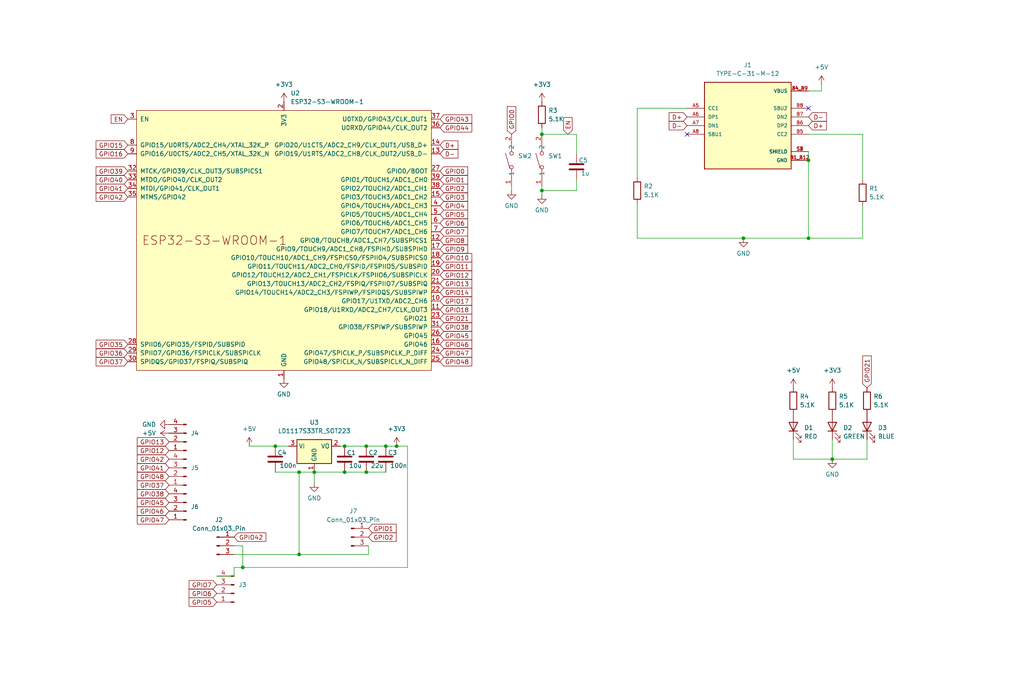
<source format=kicad_sch>
(kicad_sch (version 20250114) (generator "eeschema") (generator_version "9.0")
  (paper "User" 300 200)
  (lib_symbols
    (symbol "Connector:Conn_01x03_Pin" (pin_names (offset 1.016) (hide yes))
      (property "Reference" "J" (at 0 5.08 0))
      (property "Value" "Conn_01x03_Pin" (at 0 -5.08 0))
      (symbol "Conn_01x03_Pin_1_1"
        (rectangle (start 0.8636 2.667) (end 0 2.413) (stroke (width 0.1524)) (fill (type outline)))
        (rectangle (start 0.8636 0.127) (end 0 -0.127) (stroke (width 0.1524)) (fill (type outline)))
        (rectangle (start 0.8636 -2.413) (end 0 -2.667) (stroke (width 0.1524)) (fill (type outline)))
        (polyline (pts (xy 1.27 2.54) (xy 0.8636 2.54)) (stroke (width 0.1524)))
        (polyline (pts (xy 1.27 0) (xy 0.8636 0)) (stroke (width 0.1524)))
        (polyline (pts (xy 1.27 -2.54) (xy 0.8636 -2.54)) (stroke (width 0.1524)))
        (pin passive line (at 5.08 2.54 180) (length 3.81) (name "Pin_1") (number "1"))
        (pin passive line (at 5.08 0 180) (length 3.81) (name "Pin_2") (number "2"))
        (pin passive line (at 5.08 -2.54 180) (length 3.81) (name "Pin_3") (number "3"))
      )
    )
    (symbol "Connector:Conn_01x04_Pin" (pin_names (offset 1.016) (hide yes))
      (property "Reference" "J" (at 0 5.08 0))
      (property "Value" "Conn_01x04_Pin" (at 0 -7.62 0))
      (symbol "Conn_01x04_Pin_1_1"
        (rectangle (start 0.8636 2.667) (end 0 2.413) (stroke (width 0.1524)) (fill (type outline)))
        (rectangle (start 0.8636 0.127) (end 0 -0.127) (stroke (width 0.1524)) (fill (type outline)))
        (rectangle (start 0.8636 -2.413) (end 0 -2.667) (stroke (width 0.1524)) (fill (type outline)))
        (rectangle (start 0.8636 -4.953) (end 0 -5.207) (stroke (width 0.1524)) (fill (type outline)))
        (polyline (pts (xy 1.27 2.54) (xy 0.8636 2.54)) (stroke (width 0.1524)))
        (polyline (pts (xy 1.27 0) (xy 0.8636 0)) (stroke (width 0.1524)))
        (polyline (pts (xy 1.27 -2.54) (xy 0.8636 -2.54)) (stroke (width 0.1524)))
        (polyline (pts (xy 1.27 -5.08) (xy 0.8636 -5.08)) (stroke (width 0.1524)))
        (pin passive line (at 5.08 2.54 180) (length 3.81) (name "Pin_1") (number "1"))
        (pin passive line (at 5.08 0 180) (length 3.81) (name "Pin_2") (number "2"))
        (pin passive line (at 5.08 -2.54 180) (length 3.81) (name "Pin_3") (number "3"))
        (pin passive line (at 5.08 -5.08 180) (length 3.81) (name "Pin_4") (number "4"))
      )
    )
    (symbol "Device:C" (pin_numbers (hide yes)) (pin_names (offset 0.254))
      (property "Reference" "C" (at 0.635 2.54 0))
      (property "Value" "C" (at 0.635 -2.54 0))
      (symbol "C_0_1"
        (polyline (pts (xy -2.032 0.762) (xy 2.032 0.762)) (stroke (width 0.508)))
        (polyline (pts (xy -2.032 -0.762) (xy 2.032 -0.762)) (stroke (width 0.508)))
      )
      (symbol "C_1_1"
        (pin passive line (at 0 3.81 270) (length 2.794) (name "~") (number "1"))
        (pin passive line (at 0 -3.81 90) (length 2.794) (name "~") (number "2"))
      )
    )
    (symbol "Device:LED" (pin_numbers (hide yes)) (pin_names (offset 1.016) (hide yes))
      (property "Reference" "D" (at 0 2.54 0))
      (property "Value" "LED" (at 0 -2.54 0))
      (symbol "LED_0_1"
        (polyline (pts (xy -3.048 -0.762) (xy -4.572 -2.286) (xy -3.81 -2.286) (xy -4.572 -2.286) (xy -4.572 -1.524)))
        (polyline (pts (xy -1.778 -0.762) (xy -3.302 -2.286) (xy -2.54 -2.286) (xy -3.302 -2.286) (xy -3.302 -1.524)))
        (polyline (pts (xy -1.27 0) (xy 1.27 0)))
        (polyline (pts (xy -1.27 -1.27) (xy -1.27 1.27)) (stroke (width 0.254)))
        (polyline (pts (xy 1.27 -1.27) (xy 1.27 1.27) (xy -1.27 0) (xy 1.27 -1.27)) (stroke (width 0.254)))
      )
      (symbol "LED_1_1"
        (pin passive line (at -3.81 0 0) (length 2.54) (name "K") (number "1"))
        (pin passive line (at 3.81 0 180) (length 2.54) (name "A") (number "2"))
      )
    )
    (symbol "Device:R" (pin_numbers (hide yes)) (pin_names (offset 0))
      (property "Reference" "R" (at 2.032 0 90))
      (property "Value" "R" (at 0 0 90))
      (symbol "R_0_1"
        (rectangle (start -1.016 -2.54) (end 1.016 2.54) (stroke (width 0.254)))
      )
      (symbol "R_1_1"
        (pin passive line (at 0 3.81 270) (length 1.27) (name "~") (number "1"))
        (pin passive line (at 0 -3.81 90) (length 1.27) (name "~") (number "2"))
      )
    )
    (symbol "PCM_Espressif:ESP32-S3-WROOM-1" (pin_names (offset 1.016))
      (property "Reference" "U" (at -43.18 43.18 0))
      (property "Value" "ESP32-S3-WROOM-1" (at -43.18 40.64 0))
      (symbol "ESP32-S3-WROOM-1_0_0"
        (text "ESP32-S3-WROOM-1" (at -20.32 0 0) (effects (font (size 2.54 2.54))))
        (pin input line (at -45.72 35.56 0) (length 2.54) (name "EN") (number "3"))
        (pin bidirectional line (at -45.72 27.94 0) (length 2.54) (name "GPIO15/U0RTS/ADC2_CH4/XTAL_32K_P") (number "8"))
        (pin bidirectional line (at -45.72 25.4 0) (length 2.54) (name "GPIO16/U0CTS/ADC2_CH5/XTAL_32K_N") (number "9"))
        (pin bidirectional line (at -45.72 20.32 0) (length 2.54) (name "MTCK/GPIO39/CLK_OUT3/SUBSPICS1") (number "32"))
        (pin bidirectional line (at -45.72 17.78 0) (length 2.54) (name "MTDO/GPIO40/CLK_OUT2") (number "33"))
        (pin bidirectional line (at -45.72 15.24 0) (length 2.54) (name "MTDI/GPIO41/CLK_OUT1") (number "34"))
        (pin bidirectional line (at -45.72 12.7 0) (length 2.54) (name "MTMS/GPIO42") (number "35"))
        (pin bidirectional line (at -45.72 -30.48 0) (length 2.54) (name "SPIIO6/GPIO35/FSPID/SUBSPID") (number "28"))
        (pin bidirectional line (at -45.72 -33.02 0) (length 2.54) (name "SPIIO7/GPIO36/FSPICLK/SUBSPICLK") (number "29"))
        (pin bidirectional line (at -45.72 -35.56 0) (length 2.54) (name "SPIDQS/GPIO37/FSPIQ/SUBSPIQ") (number "30"))
        (pin power_in line (at 0 40.64 270) (length 2.54) (name "3V3") (number "2"))
        (pin power_in line (at 0 -40.64 90) (length 2.54) (name "GND") (number "1"))
        (pin passive line (at 0 -40.64 90) (length 2.54) (hide yes) (name "GND") (number "40"))
        (pin passive line (at 0 -40.64 90) (length 2.54) (hide yes) (name "GND") (number "41"))
        (pin bidirectional line (at 45.72 35.56 180) (length 2.54) (name "U0TXD/GPIO43/CLK_OUT1") (number "37"))
        (pin bidirectional line (at 45.72 33.02 180) (length 2.54) (name "U0RXD/GPIO44/CLK_OUT2") (number "36"))
        (pin bidirectional line (at 45.72 27.94 180) (length 2.54) (name "GPIO20/U1CTS/ADC2_CH9/CLK_OUT1/USB_D+") (number "14"))
        (pin bidirectional line (at 45.72 25.4 180) (length 2.54) (name "GPIO19/U1RTS/ADC2_CH8/CLK_OUT2/USB_D-") (number "13"))
        (pin bidirectional line (at 45.72 20.32 180) (length 2.54) (name "GPIO0/BOOT") (number "27"))
        (pin bidirectional line (at 45.72 17.78 180) (length 2.54) (name "GPIO1/TOUCH1/ADC1_CH0") (number "39"))
        (pin bidirectional line (at 45.72 15.24 180) (length 2.54) (name "GPIO2/TOUCH2/ADC1_CH1") (number "38"))
        (pin bidirectional line (at 45.72 12.7 180) (length 2.54) (name "GPIO3/TOUCH3/ADC1_CH2") (number "15"))
        (pin bidirectional line (at 45.72 10.16 180) (length 2.54) (name "GPIO4/TOUCH4/ADC1_CH3") (number "4"))
        (pin bidirectional line (at 45.72 7.62 180) (length 2.54) (name "GPIO5/TOUCH5/ADC1_CH4") (number "5"))
        (pin bidirectional line (at 45.72 5.08 180) (length 2.54) (name "GPIO6/TOUCH6/ADC1_CH5") (number "6"))
        (pin bidirectional line (at 45.72 2.54 180) (length 2.54) (name "GPIO7/TOUCH7/ADC1_CH6") (number "7"))
        (pin bidirectional line (at 45.72 0 180) (length 2.54) (name "GPIO8/TOUCH8/ADC1_CH7/SUBSPICS1") (number "12"))
        (pin bidirectional line (at 45.72 -2.54 180) (length 2.54) (name "GPIO9/TOUCH9/ADC1_CH8/FSPIHD/SUBSPIHD") (number "17"))
        (pin bidirectional line (at 45.72 -5.08 180) (length 2.54) (name "GPIO10/TOUCH10/ADC1_CH9/FSPICS0/FSPIIO4/SUBSPICS0") (number "18"))
        (pin bidirectional line (at 45.72 -7.62 180) (length 2.54) (name "GPIO11/TOUCH11/ADC2_CH0/FSPID/FSPIIO5/SUBSPID") (number "19"))
        (pin bidirectional line (at 45.72 -10.16 180) (length 2.54) (name "GPIO12/TOUCH12/ADC2_CH1/FSPICLK/FSPIIO6/SUBSPICLK") (number "20"))
        (pin bidirectional line (at 45.72 -12.7 180) (length 2.54) (name "GPIO13/TOUCH13/ADC2_CH2/FSPIQ/FSPIIO7/SUBSPIQ") (number "21"))
        (pin bidirectional line (at 45.72 -15.24 180) (length 2.54) (name "GPIO14/TOUCH14/ADC2_CH3/FSPIWP/FSPIDQS/SUBSPIWP") (number "22"))
        (pin bidirectional line (at 45.72 -17.78 180) (length 2.54) (name "GPIO17/U1TXD/ADC2_CH6") (number "10"))
        (pin bidirectional line (at 45.72 -20.32 180) (length 2.54) (name "GPIO18/U1RXD/ADC2_CH7/CLK_OUT3") (number "11"))
        (pin bidirectional line (at 45.72 -22.86 180) (length 2.54) (name "GPIO21") (number "23"))
        (pin bidirectional line (at 45.72 -25.4 180) (length 2.54) (name "GPIO38/FSPIWP/SUBSPIWP") (number "31"))
        (pin bidirectional line (at 45.72 -27.94 180) (length 2.54) (name "GPIO45") (number "26"))
        (pin bidirectional line (at 45.72 -30.48 180) (length 2.54) (name "GPIO46") (number "16"))
        (pin bidirectional line (at 45.72 -33.02 180) (length 2.54) (name "GPIO47/SPICLK_P/SUBSPICLK_P_DIFF") (number "24"))
        (pin bidirectional line (at 45.72 -35.56 180) (length 2.54) (name "GPIO48/SPICLK_N/SUBSPICLK_N_DIFF") (number "25"))
      )
      (symbol "ESP32-S3-WROOM-1_0_1"
        (rectangle (start -43.18 38.1) (end 43.18 -38.1) (fill (type background)))
      )
    )
    (symbol "Regulator_Linear:LD1117S33TR_SOT223"
      (property "Reference" "U" (at -3.81 3.175 0))
      (property "Value" "LD1117S33TR_SOT223" (at 0 3.175 0))
      (symbol "LD1117S33TR_SOT223_0_1"
        (rectangle (start -5.08 -5.08) (end 5.08 1.905) (stroke (width 0.254)) (fill (type background)))
      )
      (symbol "LD1117S33TR_SOT223_1_1"
        (pin power_in line (at -7.62 0 0) (length 2.54) (name "VI") (number "3"))
        (pin power_in line (at 0 -7.62 90) (length 2.54) (name "GND") (number "1"))
        (pin power_out line (at 7.62 0 180) (length 2.54) (name "VO") (number "2"))
      )
    )
    (symbol "TYPE-C-31-M-12:TYPE-C-31-M-12" (pin_names (offset 1.016))
      (property "Reference" "J" (at -12.7 13.462 0))
      (property "Value" "TYPE-C-31-M-12" (at -12.7 -13.462 0))
      (symbol "TYPE-C-31-M-12_0_0"
        (rectangle (start -12.7 -12.7) (end 12.7 12.7) (stroke (width 0.254)) (fill (type background)))
        (pin bidirectional line (at -17.78 5.08 0) (length 5.08) (name "CC1") (number "A5"))
        (pin bidirectional line (at -17.78 2.54 0) (length 5.08) (name "DP1") (number "A6"))
        (pin bidirectional line (at -17.78 0 0) (length 5.08) (name "DN1") (number "A7"))
        (pin bidirectional line (at -17.78 -2.54 0) (length 5.08) (name "SBU1") (number "A8"))
        (pin power_in line (at 17.78 10.16 180) (length 5.08) (name "VBUS") (number "A4_B9"))
        (pin power_in line (at 17.78 10.16 180) (length 5.08) (name "VBUS") (number "B4_A9"))
        (pin bidirectional line (at 17.78 5.08 180) (length 5.08) (name "SBU2") (number "B8"))
        (pin bidirectional line (at 17.78 2.54 180) (length 5.08) (name "DN2") (number "B7"))
        (pin bidirectional line (at 17.78 0 180) (length 5.08) (name "DP2") (number "B6"))
        (pin bidirectional line (at 17.78 -2.54 180) (length 5.08) (name "CC2") (number "B5"))
        (pin passive line (at 17.78 -7.62 180) (length 5.08) (name "SHIELD") (number "S1"))
        (pin passive line (at 17.78 -7.62 180) (length 5.08) (name "SHIELD") (number "S2"))
        (pin passive line (at 17.78 -7.62 180) (length 5.08) (name "SHIELD") (number "S3"))
        (pin passive line (at 17.78 -7.62 180) (length 5.08) (name "SHIELD") (number "S4"))
        (pin power_in line (at 17.78 -10.16 180) (length 5.08) (name "GND") (number "A1_B12"))
        (pin power_in line (at 17.78 -10.16 180) (length 5.08) (name "GND") (number "B1_A12"))
      )
    )
    (symbol "easyeda2kicad:TS-1088-AR02016"
      (property "Reference" "SW" (at 0 5.08 0))
      (property "Value" "TS-1088-AR02016" (at 0 -5.08 0))
      (symbol "TS-1088-AR02016_0_1"
        (polyline (pts (xy -5.08 0) (xy -2.54 0)))
        (polyline (pts (xy -2.29 0.51) (xy 2.03 1.78)))
        (circle (center -2.03 0) (radius 0.51))
        (circle (center 2.03 0) (radius 0.51))
        (polyline (pts (xy 5.08 0) (xy 2.54 0)))
        (pin unspecified line (at -7.62 0 0) (length 2.54) (name "1") (number "1"))
        (pin unspecified line (at 7.62 0 180) (length 2.54) (name "2") (number "2"))
      )
    )
    (symbol "power:+3V3" (power) (pin_numbers (hide yes)) (pin_names (offset 0) (hide yes))
      (property "Value" "+3V3" (at 0 3.556 0))
      (symbol "+3V3_0_1"
        (polyline (pts (xy -0.762 1.27) (xy 0 2.54)))
        (polyline (pts (xy 0 2.54) (xy 0.762 1.27)))
        (polyline (pts (xy 0 0) (xy 0 2.54)))
      )
      (symbol "+3V3_1_1"
        (pin power_in line (at 0 0 90) (length 0) (name "~") (number "1"))
      )
    )
    (symbol "power:+5V" (power) (pin_numbers (hide yes)) (pin_names (offset 0) (hide yes))
      (property "Value" "+5V" (at 0 3.556 0))
      (symbol "+5V_0_1"
        (polyline (pts (xy -0.762 1.27) (xy 0 2.54)))
        (polyline (pts (xy 0 2.54) (xy 0.762 1.27)))
        (polyline (pts (xy 0 0) (xy 0 2.54)))
      )
      (symbol "+5V_1_1"
        (pin power_in line (at 0 0 90) (length 0) (name "~") (number "1"))
      )
    )
    (symbol "power:GND" (power) (pin_numbers (hide yes)) (pin_names (offset 0) (hide yes))
      (property "Value" "GND" (at 0 -3.81 0))
      (symbol "GND_0_1"
        (polyline (pts (xy 0 0) (xy 0 -1.27) (xy 1.27 -1.27) (xy 0 -2.54) (xy -1.27 -1.27) (xy 0 -1.27)))
      )
      (symbol "GND_1_1"
        (pin power_in line (at 0 0 270) (length 0) (name "~") (number "1"))
      )
    )
  )
  (junction (at 243.84 134.62))
  (junction (at 100.965 138.43))
  (junction (at 80.645 130.81))
  (junction (at 217.805 69.85))
  (junction (at 158.75 39.37))
  (junction (at 92.075 138.43))
  (junction (at 107.315 138.43))
  (junction (at 87.63 138.43))
  (junction (at 71.12 166.37))
  (junction (at 236.855 69.85))
  (junction (at 107.315 130.81))
  (junction (at 116.205 130.81))
  (junction (at 87.63 162.56))
  (junction (at 113.03 130.81))
  (junction (at 158.75 55.88))
  (junction (at 100.965 130.81))
  (junction (at 236.855 46.99))
  (no_connect (at 201.295 39.37))
  (no_connect (at 236.855 31.75))
  (wire (pts (xy 186.69 69.85) (xy 217.805 69.85)))
  (wire (pts (xy 107.95 160.02) (xy 107.95 162.56)))
  (wire (pts (xy 243.84 134.62) (xy 254 134.62)))
  (wire (pts (xy 232.41 128.905) (xy 232.41 134.62)))
  (wire (pts (xy 217.805 69.85) (xy 236.855 69.85)))
  (wire (pts (xy 186.69 59.69) (xy 186.69 69.85)))
  (wire (pts (xy 107.95 162.56) (xy 87.63 162.56)))
  (wire (pts (xy 158.75 55.88) (xy 168.91 55.88)))
  (wire (pts (xy 236.855 69.85) (xy 252.73 69.85)))
  (wire (pts (xy 100.965 138.43) (xy 107.315 138.43)))
  (wire (pts (xy 71.12 166.37) (xy 119.38 166.37)))
  (wire (pts (xy 92.075 141.605) (xy 92.075 138.43)))
  (wire (pts (xy 87.63 162.56) (xy 87.63 138.43)))
  (wire (pts (xy 236.855 44.45) (xy 236.855 46.99)))
  (wire (pts (xy 87.63 138.43) (xy 92.075 138.43)))
  (wire (pts (xy 80.645 138.43) (xy 87.63 138.43)))
  (wire (pts (xy 119.38 130.81) (xy 119.38 166.37)))
  (wire (pts (xy 73.025 130.81) (xy 80.645 130.81)))
  (wire (pts (xy 236.855 39.37) (xy 252.73 39.37)))
  (wire (pts (xy 71.12 166.37) (xy 71.12 160.02)))
  (wire (pts (xy 236.855 46.99) (xy 236.855 69.85)))
  (wire (pts (xy 68.58 166.37) (xy 68.58 168.91)))
  (wire (pts (xy 80.645 130.81) (xy 84.455 130.81)))
  (wire (pts (xy 87.63 162.56) (xy 68.58 162.56)))
  (wire (pts (xy 168.91 39.37) (xy 168.91 45.085)))
  (wire (pts (xy 243.84 128.905) (xy 243.84 134.62)))
  (wire (pts (xy 71.12 160.02) (xy 68.58 160.02)))
  (wire (pts (xy 99.695 130.81) (xy 100.965 130.81)))
  (wire (pts (xy 186.69 31.75) (xy 186.69 52.07)))
  (wire (pts (xy 68.58 166.37) (xy 71.12 166.37)))
  (wire (pts (xy 158.75 54.61) (xy 158.75 55.88)))
  (wire (pts (xy 232.41 134.62) (xy 243.84 134.62)))
  (wire (pts (xy 252.73 60.325) (xy 252.73 69.85)))
  (wire (pts (xy 168.91 52.705) (xy 168.91 55.88)))
  (wire (pts (xy 113.03 130.81) (xy 116.205 130.81)))
  (wire (pts (xy 252.73 39.37) (xy 252.73 52.705)))
  (wire (pts (xy 236.855 26.67) (xy 240.665 26.67)))
  (wire (pts (xy 254 128.905) (xy 254 134.62)))
  (wire (pts (xy 107.315 130.81) (xy 113.03 130.81)))
  (wire (pts (xy 158.75 37.465) (xy 158.75 39.37)))
  (wire (pts (xy 186.69 31.75) (xy 201.295 31.75)))
  (wire (pts (xy 116.205 130.81) (xy 119.38 130.81)))
  (wire (pts (xy 100.965 130.81) (xy 107.315 130.81)))
  (wire (pts (xy 107.315 138.43) (xy 113.03 138.43)))
  (wire (pts (xy 92.075 138.43) (xy 100.965 138.43)))
  (wire (pts (xy 158.75 55.88) (xy 158.75 57.15)))
  (wire (pts (xy 149.86 55.88) (xy 149.86 54.61)))
  (wire (pts (xy 158.75 39.37) (xy 168.91 39.37)))
  (wire (pts (xy 240.665 24.765) (xy 240.665 26.67)))
  (wire (pts (xy 68.58 168.91) (xy 63.5 168.91)))
  (global_label "GPIO7" (shape input) (at 63.5 171.45 180) (property "Intersheetrefs" "${INTERSHEET_REFS}" (effects (hide yes))))
  (global_label "GPIO39" (shape input) (at 37.465 50.165 180) (property "Intersheetrefs" "${INTERSHEET_REFS}" (effects (hide yes))))
  (global_label "GPIO41" (shape input) (at 49.53 137.16 180) (property "Intersheetrefs" "${INTERSHEET_REFS}" (effects (hide yes))))
  (global_label "GPIO1" (shape input) (at 128.905 52.705 0) (property "Intersheetrefs" "${INTERSHEET_REFS}" (effects (hide yes))))
  (global_label "GPIO41" (shape input) (at 37.465 55.245 180) (property "Intersheetrefs" "${INTERSHEET_REFS}" (effects (hide yes))))
  (global_label "GPIO21" (shape input) (at 128.905 93.345 0) (property "Intersheetrefs" "${INTERSHEET_REFS}" (effects (hide yes))))
  (global_label "GPIO2" (shape input) (at 128.905 55.245 0) (property "Intersheetrefs" "${INTERSHEET_REFS}" (effects (hide yes))))
  (global_label "GPIO1" (shape input) (at 107.95 154.94 0) (property "Intersheetrefs" "${INTERSHEET_REFS}" (effects (hide yes))))
  (global_label "GPIO40" (shape input) (at 37.465 52.705 180) (property "Intersheetrefs" "${INTERSHEET_REFS}" (effects (hide yes))))
  (global_label "GPIO4" (shape input) (at 128.905 60.325 0) (property "Intersheetrefs" "${INTERSHEET_REFS}" (effects (hide yes))))
  (global_label "GPIO6" (shape input) (at 128.905 65.405 0) (property "Intersheetrefs" "${INTERSHEET_REFS}" (effects (hide yes))))
  (global_label "GPIO14" (shape input) (at 128.905 85.725 0) (property "Intersheetrefs" "${INTERSHEET_REFS}" (effects (hide yes))))
  (global_label "GPIO7" (shape input) (at 128.905 67.945 0) (property "Intersheetrefs" "${INTERSHEET_REFS}" (effects (hide yes))))
  (global_label "GPIO45" (shape input) (at 128.905 98.425 0) (property "Intersheetrefs" "${INTERSHEET_REFS}" (effects (hide yes))))
  (global_label "GPIO13" (shape input) (at 128.905 83.185 0) (property "Intersheetrefs" "${INTERSHEET_REFS}" (effects (hide yes))))
  (global_label "GPIO10" (shape input) (at 128.905 75.565 0) (property "Intersheetrefs" "${INTERSHEET_REFS}" (effects (hide yes))))
  (global_label "GPIO43" (shape input) (at 128.905 34.925 0) (property "Intersheetrefs" "${INTERSHEET_REFS}" (effects (hide yes))))
  (global_label "GPIO46" (shape input) (at 128.905 100.965 0) (property "Intersheetrefs" "${INTERSHEET_REFS}" (effects (hide yes))))
  (global_label "GPIO6" (shape input) (at 63.5 173.99 180) (property "Intersheetrefs" "${INTERSHEET_REFS}" (effects (hide yes))))
  (global_label "D-" (shape input) (at 236.855 34.29 0) (property "Intersheetrefs" "${INTERSHEET_REFS}" (effects (hide yes))))
  (global_label "EN" (shape input) (at 37.465 34.925 180) (property "Intersheetrefs" "${INTERSHEET_REFS}" (effects (hide yes))))
  (global_label "GPIO12" (shape input) (at 49.53 132.08 180) (property "Intersheetrefs" "${INTERSHEET_REFS}" (effects (hide yes))))
  (global_label "GPIO5" (shape input) (at 128.905 62.865 0) (property "Intersheetrefs" "${INTERSHEET_REFS}" (effects (hide yes))))
  (global_label "GPIO42" (shape input) (at 37.465 57.785 180) (property "Intersheetrefs" "${INTERSHEET_REFS}" (effects (hide yes))))
  (global_label "GPIO48" (shape input) (at 128.905 106.045 0) (property "Intersheetrefs" "${INTERSHEET_REFS}" (effects (hide yes))))
  (global_label "GPIO45" (shape input) (at 49.53 147.32 180) (property "Intersheetrefs" "${INTERSHEET_REFS}" (effects (hide yes))))
  (global_label "GPIO15" (shape input) (at 37.465 42.545 180) (property "Intersheetrefs" "${INTERSHEET_REFS}" (effects (hide yes))))
  (global_label "GPIO12" (shape input) (at 128.905 80.645 0) (property "Intersheetrefs" "${INTERSHEET_REFS}" (effects (hide yes))))
  (global_label "GPIO37" (shape input) (at 37.465 106.045 180) (property "Intersheetrefs" "${INTERSHEET_REFS}" (effects (hide yes))))
  (global_label "EN" (shape input) (at 166.37 39.37 90) (property "Intersheetrefs" "${INTERSHEET_REFS}" (effects (hide yes))))
  (global_label "GPIO9" (shape input) (at 128.905 73.025 0) (property "Intersheetrefs" "${INTERSHEET_REFS}" (effects (hide yes))))
  (global_label "D+" (shape input) (at 128.905 42.545 0) (property "Intersheetrefs" "${INTERSHEET_REFS}" (effects (hide yes))))
  (global_label "D+" (shape input) (at 236.855 36.83 0) (property "Intersheetrefs" "${INTERSHEET_REFS}" (effects (hide yes))))
  (global_label "GPIO42" (shape input) (at 68.58 157.48 0) (property "Intersheetrefs" "${INTERSHEET_REFS}" (effects (hide yes))))
  (global_label "GPIO5" (shape input) (at 63.5 176.53 180) (property "Intersheetrefs" "${INTERSHEET_REFS}" (effects (hide yes))))
  (global_label "GPIO18" (shape input) (at 128.905 90.805 0) (property "Intersheetrefs" "${INTERSHEET_REFS}" (effects (hide yes))))
  (global_label "GPIO35" (shape input) (at 37.465 100.965 180) (property "Intersheetrefs" "${INTERSHEET_REFS}" (effects (hide yes))))
  (global_label "GPIO48" (shape input) (at 49.53 139.7 180) (property "Intersheetrefs" "${INTERSHEET_REFS}" (effects (hide yes))))
  (global_label "GPIO21" (shape input) (at 254 113.665 90) (property "Intersheetrefs" "${INTERSHEET_REFS}" (effects (hide yes))))
  (global_label "GPIO42" (shape input) (at 49.53 134.62 180) (property "Intersheetrefs" "${INTERSHEET_REFS}" (effects (hide yes))))
  (global_label "GPIO2" (shape input) (at 107.95 157.48 0) (property "Intersheetrefs" "${INTERSHEET_REFS}" (effects (hide yes))))
  (global_label "GPIO17" (shape input) (at 128.905 88.265 0) (property "Intersheetrefs" "${INTERSHEET_REFS}" (effects (hide yes))))
  (global_label "GPIO16" (shape input) (at 37.465 45.085 180) (property "Intersheetrefs" "${INTERSHEET_REFS}" (effects (hide yes))))
  (global_label "D-" (shape input) (at 128.905 45.085 0) (property "Intersheetrefs" "${INTERSHEET_REFS}" (effects (hide yes))))
  (global_label "GPIO3" (shape input) (at 128.905 57.785 0) (property "Intersheetrefs" "${INTERSHEET_REFS}" (effects (hide yes))))
  (global_label "GPIO37" (shape input) (at 49.53 142.24 180) (property "Intersheetrefs" "${INTERSHEET_REFS}" (effects (hide yes))))
  (global_label "D+" (shape input) (at 201.295 34.29 180) (property "Intersheetrefs" "${INTERSHEET_REFS}" (effects (hide yes))))
  (global_label "GPIO0" (shape input) (at 128.905 50.165 0) (property "Intersheetrefs" "${INTERSHEET_REFS}" (effects (hide yes))))
  (global_label "GPIO8" (shape input) (at 128.905 70.485 0) (property "Intersheetrefs" "${INTERSHEET_REFS}" (effects (hide yes))))
  (global_label "GPIO38" (shape input) (at 49.53 144.78 180) (property "Intersheetrefs" "${INTERSHEET_REFS}" (effects (hide yes))))
  (global_label "GPIO38" (shape input) (at 128.905 95.885 0) (property "Intersheetrefs" "${INTERSHEET_REFS}" (effects (hide yes))))
  (global_label "GPIO11" (shape input) (at 128.905 78.105 0) (property "Intersheetrefs" "${INTERSHEET_REFS}" (effects (hide yes))))
  (global_label "GPIO47" (shape input) (at 128.905 103.505 0) (property "Intersheetrefs" "${INTERSHEET_REFS}" (effects (hide yes))))
  (global_label "GPIO0" (shape input) (at 149.86 39.37 90) (property "Intersheetrefs" "${INTERSHEET_REFS}" (effects (hide yes))))
  (global_label "GPIO46" (shape input) (at 49.53 149.86 180) (property "Intersheetrefs" "${INTERSHEET_REFS}" (effects (hide yes))))
  (global_label "GPIO36" (shape input) (at 37.465 103.505 180) (property "Intersheetrefs" "${INTERSHEET_REFS}" (effects (hide yes))))
  (global_label "D-" (shape input) (at 201.295 36.83 180) (property "Intersheetrefs" "${INTERSHEET_REFS}" (effects (hide yes))))
  (global_label "GPIO44" (shape input) (at 128.905 37.465 0) (property "Intersheetrefs" "${INTERSHEET_REFS}" (effects (hide yes))))
  (global_label "GPIO47" (shape input) (at 49.53 152.4 180) (property "Intersheetrefs" "${INTERSHEET_REFS}" (effects (hide yes))))
  (global_label "GPIO13" (shape input) (at 49.53 129.54 180) (property "Intersheetrefs" "${INTERSHEET_REFS}" (effects (hide yes))))
  (symbol (lib_id "Device:R") (at 232.41 117.475 0) (unit 1)
    (property "Reference" "R4" (at 234.315 116.2049 0) (effects (justify left)))
    (property "Value" "5.1K" (at 234.315 118.7449 0) (effects (justify left)))
    (property "Footprint" "Resistor_SMD:R_0603_1608Metric" (effects (hide yes)))
    (property "Description" "Resistor" (effects (hide yes)))
  )
  (symbol (lib_id "Device:R") (at 243.84 117.475 0) (unit 1)
    (property "Reference" "R5" (at 245.745 116.2049 0) (effects (justify left)))
    (property "Value" "5.1K" (at 245.745 118.7449 0) (effects (justify left)))
    (property "Footprint" "Resistor_SMD:R_0603_1608Metric" (effects (hide yes)))
    (property "Description" "Resistor" (effects (hide yes)))
  )
  (symbol (lib_id "power:+3V3") (at 83.185 29.845 0) (unit 1)
    (property "Reference" "#PWR05" (effects (hide yes)))
    (property "Value" "+3V3" (at 83.185 24.765 0))
    (property "Description" "Power symbol creates a global label with name \"+3V3\"" (effects (hide yes)))
  )
  (symbol (lib_id "Device:LED") (at 243.84 125.095 90) (unit 1)
    (property "Reference" "D2" (at 247.015 125.4124 90) (effects (justify right)))
    (property "Value" "GREEN" (at 247.015 127.9524 90) (effects (justify right)))
    (property "Footprint" "LED_SMD:LED_0603_1608Metric" (effects (hide yes)))
    (property "Description" "Light emitting diode" (effects (hide yes)))
    (property "Sim.Pins" "1=K 2=A" (effects (hide yes)))
  )
  (symbol (lib_id "Device:C") (at 100.965 134.62 0) (unit 1)
    (property "Reference" "C1" (at 101.6 132.715 0) (effects (justify left)))
    (property "Value" "10u" (at 102.235 136.525 0) (effects (justify left)))
    (property "Footprint" "Capacitor_SMD:C_0603_1608Metric" (effects (hide yes)))
    (property "Description" "Unpolarized capacitor" (effects (hide yes)))
  )
  (symbol (lib_id "Connector:Conn_01x04_Pin") (at 54.61 129.54 180) (unit 1)
    (property "Reference" "J4" (at 55.88 126.9999 0) (effects (justify right)))
    (property "Value" "Conn_01x04_Pin" (effects (hide yes)))
    (property "Footprint" "Connector_PinSocket_2.54mm:PinSocket_1x04_P2.54mm_Vertical" (effects (hide yes)))
    (property "Description" "Generic connector, single row, 01x04, script generated" (effects (hide yes)))
  )
  (symbol (lib_id "Device:C") (at 113.03 134.62 0) (unit 1)
    (property "Reference" "C3" (at 113.665 132.715 0) (effects (justify left)))
    (property "Value" "100n" (at 114.3 136.525 0) (effects (justify left)))
    (property "Footprint" "Capacitor_SMD:C_0603_1608Metric" (effects (hide yes)))
    (property "Description" "Unpolarized capacitor" (effects (hide yes)))
  )
  (symbol (lib_id "power:GND") (at 92.075 141.605 0) (unit 1)
    (property "Reference" "#PWR08" (effects (hide yes)))
    (property "Value" "GND" (at 92.075 146.05 0))
    (property "Description" "Power symbol creates a global label with name \"GND\" , ground" (effects (hide yes)))
  )
  (symbol (lib_id "power:+5V") (at 73.025 130.81 0) (unit 1)
    (property "Reference" "#PWR07" (effects (hide yes)))
    (property "Value" "+5V" (at 73.025 125.73 0))
    (property "Description" "Power symbol creates a global label with name \"+5V\"" (effects (hide yes)))
  )
  (symbol (lib_id "power:+5V") (at 240.665 24.765 0) (unit 1)
    (property "Reference" "#PWR013" (effects (hide yes)))
    (property "Value" "+5V" (at 240.665 19.685 0))
    (property "Description" "Power symbol creates a global label with name \"+5V\"" (effects (hide yes)))
  )
  (symbol (lib_id "power:+5V") (at 232.41 113.665 0) (unit 1)
    (property "Reference" "#PWR015" (effects (hide yes)))
    (property "Value" "+5V" (at 232.41 108.585 0))
    (property "Description" "Power symbol creates a global label with name \"+5V\"" (effects (hide yes)))
  )
  (symbol (lib_id "power:GND") (at 149.86 55.88 0) (unit 1)
    (property "Reference" "#PWR09" (effects (hide yes)))
    (property "Value" "GND" (at 149.86 60.325 0))
    (property "Description" "Power symbol creates a global label with name \"GND\" , ground" (effects (hide yes)))
  )
  (symbol (lib_id "Device:R") (at 252.73 56.515 0) (unit 1)
    (property "Reference" "R1" (at 254.635 55.2449 0) (effects (justify left)))
    (property "Value" "5.1K" (at 254.635 57.7849 0) (effects (justify left)))
    (property "Footprint" "Resistor_SMD:R_0603_1608Metric" (effects (hide yes)))
    (property "Description" "Resistor" (effects (hide yes)))
  )
  (symbol (lib_id "Connector:Conn_01x04_Pin") (at 54.61 139.7 180) (unit 1)
    (property "Reference" "J5" (at 55.88 137.1599 0) (effects (justify right)))
    (property "Value" "Conn_01x04_Pin" (effects (hide yes)))
    (property "Footprint" "Connector_PinSocket_2.54mm:PinSocket_1x04_P2.54mm_Vertical" (effects (hide yes)))
    (property "Description" "Generic connector, single row, 01x04, script generated" (effects (hide yes)))
  )
  (symbol (lib_id "Device:LED") (at 254 125.095 90) (unit 1)
    (property "Reference" "D3" (at 257.175 125.4124 90) (effects (justify right)))
    (property "Value" "BLUE" (at 257.175 127.9524 90) (effects (justify right)))
    (property "Footprint" "LED_SMD:LED_0603_1608Metric" (effects (hide yes)))
    (property "Description" "Light emitting diode" (effects (hide yes)))
    (property "Sim.Pins" "1=K 2=A" (effects (hide yes)))
  )
  (symbol (lib_id "Device:R") (at 254 117.475 0) (unit 1)
    (property "Reference" "R6" (at 255.905 116.2049 0) (effects (justify left)))
    (property "Value" "5.1K" (at 255.905 118.7449 0) (effects (justify left)))
    (property "Footprint" "Resistor_SMD:R_0603_1608Metric" (effects (hide yes)))
    (property "Description" "Resistor" (effects (hide yes)))
  )
  (symbol (lib_id "power:GND") (at 217.805 69.85 0) (unit 1)
    (property "Reference" "#PWR012" (effects (hide yes)))
    (property "Value" "GND" (at 217.805 74.295 0))
    (property "Description" "Power symbol creates a global label with name \"GND\" , ground" (effects (hide yes)))
  )
  (symbol (lib_id "Connector:Conn_01x03_Pin") (at 63.5 160.02 0) (unit 1)
    (property "Reference" "J2" (at 64.135 152.4 0))
    (property "Value" "Conn_01x03_Pin" (at 64.135 154.94 0))
    (property "Description" "Generic connector, single row, 01x03, script generated" (effects (hide yes)))
  )
  (symbol (lib_id "Connector:Conn_01x04_Pin") (at 68.58 173.99 180) (unit 1)
    (property "Reference" "J3" (at 69.85 171.4499 0) (effects (justify right)))
    (property "Value" "Conn_01x04_Pin" (effects (hide yes)))
    (property "Footprint" "Connector_PinSocket_2.54mm:PinSocket_1x04_P2.54mm_Vertical" (effects (hide yes)))
    (property "Description" "Generic connector, single row, 01x04, script generated" (effects (hide yes)))
  )
  (symbol (lib_id "Device:R") (at 158.75 33.655 0) (unit 1)
    (property "Reference" "R3" (at 160.655 32.3849 0) (effects (justify left)))
    (property "Value" "5.1K" (at 160.655 34.9249 0) (effects (justify left)))
    (property "Footprint" "Resistor_SMD:R_0603_1608Metric" (effects (hide yes)))
    (property "Description" "Resistor" (effects (hide yes)))
  )
  (symbol (lib_id "power:GND") (at 158.75 57.15 0) (unit 1)
    (property "Reference" "#PWR010" (effects (hide yes)))
    (property "Value" "GND" (at 158.75 61.595 0))
    (property "Description" "Power symbol creates a global label with name \"GND\" , ground" (effects (hide yes)))
  )
  (symbol (lib_id "Device:R") (at 186.69 55.88 0) (unit 1)
    (property "Reference" "R2" (at 188.595 54.6099 0) (effects (justify left)))
    (property "Value" "5.1K" (at 188.595 57.1499 0) (effects (justify left)))
    (property "Footprint" "Resistor_SMD:R_0603_1608Metric" (effects (hide yes)))
    (property "Description" "Resistor" (effects (hide yes)))
  )
  (symbol (lib_id "Device:C") (at 168.91 48.895 0) (unit 1)
    (property "Reference" "C5" (at 169.545 46.99 0) (effects (justify left)))
    (property "Value" "1u" (at 170.18 50.8 0) (effects (justify left)))
    (property "Footprint" "Capacitor_SMD:C_0603_1608Metric" (effects (hide yes)))
    (property "Description" "Unpolarized capacitor" (effects (hide yes)))
  )
  (symbol (lib_id "Connector:Conn_01x04_Pin") (at 54.61 149.86 180) (unit 1)
    (property "Reference" "J6" (at 55.88 148.5899 0) (effects (justify right)))
    (property "Value" "Conn_01x04_Pin" (effects (hide yes)))
    (property "Footprint" "Connector_PinSocket_2.54mm:PinSocket_1x04_P2.54mm_Vertical" (effects (hide yes)))
    (property "Description" "Generic connector, single row, 01x04, script generated" (effects (hide yes)))
  )
  (symbol (lib_id "power:GND") (at 83.185 111.125 0) (unit 1)
    (property "Reference" "#PWR02" (effects (hide yes)))
    (property "Value" "GND" (at 83.185 115.57 0))
    (property "Description" "Power symbol creates a global label with name \"GND\" , ground" (effects (hide yes)))
  )
  (symbol (lib_id "power:GND") (at 243.84 134.62 0) (unit 1)
    (property "Reference" "#PWR014" (effects (hide yes)))
    (property "Value" "GND" (at 243.84 139.065 0))
    (property "Description" "Power symbol creates a global label with name \"GND\" , ground" (effects (hide yes)))
  )
  (symbol (lib_id "power:GND") (at 49.53 124.46 270) (mirror x) (unit 1)
    (property "Reference" "#PWR03" (effects (hide yes)))
    (property "Value" "GND" (at 45.72 124.4601 90) (effects (justify right)))
    (property "Description" "Power symbol creates a global label with name \"GND\" , ground" (effects (hide yes)))
  )
  (symbol (lib_id "Connector:Conn_01x03_Pin") (at 102.87 157.48 0) (unit 1)
    (property "Reference" "J7" (at 103.505 149.86 0))
    (property "Value" "Conn_01x03_Pin" (at 103.505 152.4 0))
    (property "Description" "Generic connector, single row, 01x03, script generated" (effects (hide yes)))
  )
  (symbol (lib_id "PCM_Espressif:ESP32-S3-WROOM-1") (at 83.185 70.485 0) (unit 1)
    (property "Reference" "U2" (at 85.1409 27.305 0) (effects (justify left)))
    (property "Value" "ESP32-S3-WROOM-1" (at 85.1409 29.845 0) (effects (justify left)))
    (property "Footprint" "PCM_Espressif:ESP32-S3-WROOM-1" (effects (hide yes)))
    (property "Datasheet" "https://www.espressif.com/sites/default/files/documentation/esp32-s3-wroom-1_wroom-1u_datasheet_en.pdf" (effects (hide yes)))
    (property "MF" "Espressif Systems" (effects (hide yes)))
    (property "MP" "ESP32-S3-WROOM-1U-N8R8" (effects (hide yes)))
  )
  (symbol (lib_id "TYPE-C-31-M-12:TYPE-C-31-M-12") (at 219.075 36.83 0) (unit 1)
    (property "Reference" "J1" (at 219.075 19.05 0))
    (property "Value" "TYPE-C-31-M-12" (at 219.075 21.59 0))
    (property "Footprint" "TYPE-C-31-M-12:HRO_TYPE-C-31-M-12" (effects (hide yes)))
    (property "PARTREV" "2020.12.08" (effects (hide yes)))
    (property "MANUFACTURER" "HRO Electronics Co., Ltd." (effects (hide yes)))
    (property "SNAPEDA_PN" "TYPE-C-31-M-12" (effects (hide yes)))
    (property "MAXIMUM_PACKAGE_HEIGHT" "3.26 mm" (effects (hide yes)))
    (property "STANDARD" "Manufacturer Recommendations" (effects (hide yes)))
    (property "MF" "韩国韩荣" (effects (hide yes)))
    (property "MP" "TYPE-C-31-M-12" (effects (hide yes)))
  )
  (symbol (lib_id "Device:C") (at 107.315 134.62 0) (unit 1)
    (property "Reference" "C2" (at 107.95 132.715 0) (effects (justify left)))
    (property "Value" "22u" (at 108.585 136.525 0) (effects (justify left)))
    (property "Footprint" "Capacitor_SMD:C_0603_1608Metric" (effects (hide yes)))
    (property "Description" "Unpolarized capacitor" (effects (hide yes)))
  )
  (symbol (lib_id "Regulator_Linear:LD1117S33TR_SOT223") (at 92.075 130.81 0) (unit 1)
    (property "Reference" "U3" (at 92.075 123.825 0))
    (property "Value" "LD1117S33TR_SOT223" (at 92.075 126.365 0))
    (property "Footprint" "Package_TO_SOT_SMD:SOT-223-3_TabPin2" (effects (hide yes)))
    (property "Datasheet" "http://www.st.com/st-web-ui/static/active/en/resource/technical/document/datasheet/CD00000544.pdf" (effects (hide yes)))
    (property "Description" "800mA Fixed Low Drop Positive Voltage Regulator, Fixed Output 3.3V, SOT-223" (effects (hide yes)))
  )
  (symbol (lib_id "power:+5V") (at 49.53 127 90) (mirror x) (unit 1)
    (property "Reference" "#PWR01" (effects (hide yes)))
    (property "Value" "+5V" (at 45.72 127.0001 90) (effects (justify left)))
    (property "Description" "Power symbol creates a global label with name \"+5V\"" (effects (hide yes)))
  )
  (symbol (lib_id "Device:LED") (at 232.41 125.095 90) (unit 1)
    (property "Reference" "D1" (at 235.585 125.4124 90) (effects (justify right)))
    (property "Value" "RED" (at 235.585 127.9524 90) (effects (justify right)))
    (property "Footprint" "LED_SMD:LED_0603_1608Metric" (effects (hide yes)))
    (property "Description" "Light emitting diode" (effects (hide yes)))
    (property "Sim.Pins" "1=K 2=A" (effects (hide yes)))
  )
  (symbol (lib_id "easyeda2kicad:TS-1088-AR02016") (at 158.75 46.99 90) (unit 1)
    (property "Reference" "SW1" (at 160.655 45.7199 90) (effects (justify right)))
    (property "Value" "TS-1088-AR02016" (effects (hide yes)))
    (property "Footprint" "easyeda2kicad:SW-SMD_L3.9-W3.0-P4.45" (effects (hide yes)))
    (property "Datasheet" "https://lcsc.com/product-detail/Tactile-Switches_XUNPU-TS-1088-AR02016_C720477.html" (effects (hide yes)))
    (property "LCSC Part" "C720477" (effects (hide yes)))
    (property "MF" "XUNPU" (effects (hide yes)))
    (property "MP" "TS-1088-AR02016" (effects (hide yes)))
  )
  (symbol (lib_id "power:+3V3") (at 158.75 29.845 0) (unit 1)
    (property "Reference" "#PWR011" (effects (hide yes)))
    (property "Value" "+3V3" (at 158.75 24.765 0))
    (property "Description" "Power symbol creates a global label with name \"+3V3\"" (effects (hide yes)))
  )
  (symbol (lib_id "easyeda2kicad:TS-1088-AR02016") (at 149.86 46.99 90) (unit 1)
    (property "Reference" "SW2" (at 151.765 45.7199 90) (effects (justify right)))
    (property "Value" "TS-1088-AR02016" (effects (hide yes)))
    (property "Footprint" "easyeda2kicad:SW-SMD_L3.9-W3.0-P4.45" (effects (hide yes)))
    (property "Datasheet" "https://lcsc.com/product-detail/Tactile-Switches_XUNPU-TS-1088-AR02016_C720477.html" (effects (hide yes)))
    (property "LCSC Part" "C720477" (effects (hide yes)))
    (property "MF" "XUNPU" (effects (hide yes)))
    (property "MP" "TS-1088-AR02016" (effects (hide yes)))
  )
  (symbol (lib_id "power:+3V3") (at 116.205 130.81 0) (unit 1)
    (property "Reference" "#PWR06" (effects (hide yes)))
    (property "Value" "+3V3" (at 116.205 125.73 0))
    (property "Description" "Power symbol creates a global label with name \"+3V3\"" (effects (hide yes)))
  )
  (symbol (lib_id "Device:C") (at 80.645 134.62 0) (unit 1)
    (property "Reference" "C4" (at 81.28 132.715 0) (effects (justify left)))
    (property "Value" "100n" (at 81.915 136.525 0) (effects (justify left)))
    (property "Footprint" "Capacitor_SMD:C_0603_1608Metric" (effects (hide yes)))
    (property "Description" "Unpolarized capacitor" (effects (hide yes)))
  )
  (symbol (lib_id "power:+3V3") (at 243.84 113.665 0) (unit 1)
    (property "Reference" "#PWR016" (effects (hide yes)))
    (property "Value" "+3V3" (at 243.84 108.585 0))
    (property "Description" "Power symbol creates a global label with name \"+3V3\"" (effects (hide yes)))
  )
)
</source>
